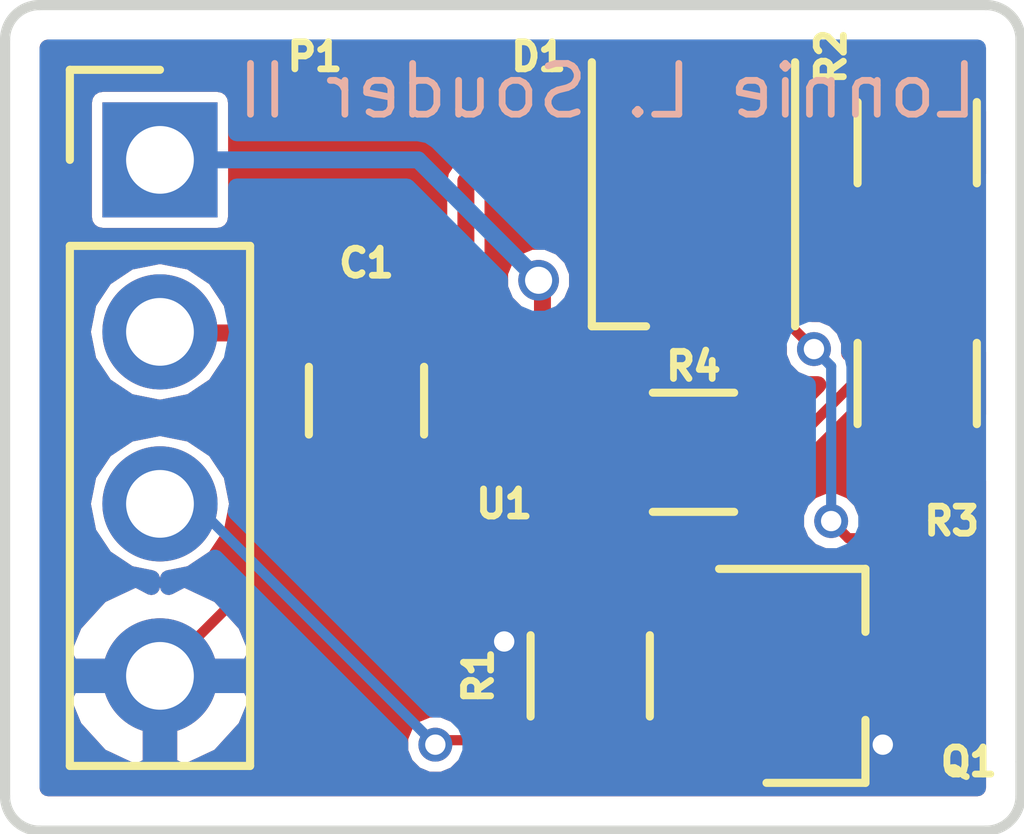
<source format=kicad_pcb>
(kicad_pcb (version 4) (host pcbnew 4.0.4-stable)

  (general
    (links 19)
    (no_connects 0)
    (area 117.018999 103.556999 132.155001 115.899001)
    (thickness 1.6)
    (drawings 10)
    (tracks 57)
    (zones 0)
    (modules 9)
    (nets 9)
  )

  (page A4)
  (layers
    (0 F.Cu signal)
    (31 B.Cu signal)
    (32 B.Adhes user)
    (33 F.Adhes user)
    (34 B.Paste user)
    (35 F.Paste user)
    (36 B.SilkS user)
    (37 F.SilkS user)
    (38 B.Mask user)
    (39 F.Mask user)
    (40 Dwgs.User user)
    (41 Cmts.User user)
    (42 Eco1.User user)
    (43 Eco2.User user)
    (44 Edge.Cuts user)
    (45 Margin user)
    (46 B.CrtYd user)
    (47 F.CrtYd user)
    (48 B.Fab user)
    (49 F.Fab user)
  )

  (setup
    (last_trace_width 0.15)
    (trace_clearance 0.15)
    (zone_clearance 0.1)
    (zone_45_only no)
    (trace_min 0.1)
    (segment_width 0.2)
    (edge_width 0.15)
    (via_size 0.5)
    (via_drill 0.3)
    (via_min_size 0.4)
    (via_min_drill 0.3)
    (uvia_size 0.3)
    (uvia_drill 0.1)
    (uvias_allowed no)
    (uvia_min_size 0.2)
    (uvia_min_drill 0.1)
    (pcb_text_width 0.3)
    (pcb_text_size 1.5 1.5)
    (mod_edge_width 0.15)
    (mod_text_size 0.4 0.4)
    (mod_text_width 0.1)
    (pad_size 0.15 0.15)
    (pad_drill 0)
    (pad_to_mask_clearance 0.05)
    (aux_axis_origin 0 0)
    (visible_elements 7FFFFFFF)
    (pcbplotparams
      (layerselection 0x00030_80000001)
      (usegerberextensions false)
      (excludeedgelayer true)
      (linewidth 0.050000)
      (plotframeref false)
      (viasonmask false)
      (mode 1)
      (useauxorigin false)
      (hpglpennumber 1)
      (hpglpenspeed 20)
      (hpglpendiameter 15)
      (hpglpenoverlay 2)
      (psnegative false)
      (psa4output false)
      (plotreference true)
      (plotvalue true)
      (plotinvisibletext false)
      (padsonsilk false)
      (subtractmaskfromsilk false)
      (outputformat 1)
      (mirror false)
      (drillshape 1)
      (scaleselection 1)
      (outputdirectory ""))
  )

  (net 0 "")
  (net 1 +5V)
  (net 2 GND)
  (net 3 "Net-(D1-Pad1)")
  (net 4 "Net-(D1-Pad3)")
  (net 5 "Net-(D1-Pad2)")
  (net 6 /I_out)
  (net 7 /PWM)
  (net 8 "Net-(Q1-Pad1)")

  (net_class Default "This is the default net class."
    (clearance 0.15)
    (trace_width 0.15)
    (via_dia 0.5)
    (via_drill 0.3)
    (uvia_dia 0.3)
    (uvia_drill 0.1)
    (add_net /PWM)
    (add_net GND)
    (add_net "Net-(D1-Pad1)")
    (add_net "Net-(D1-Pad2)")
    (add_net "Net-(D1-Pad3)")
    (add_net "Net-(Q1-Pad1)")
  )

  (net_class Power ""
    (clearance 0.15)
    (trace_width 0.25)
    (via_dia 0.6)
    (via_drill 0.4)
    (uvia_dia 0.3)
    (uvia_drill 0.1)
    (add_net +5V)
    (add_net /I_out)
  )

  (module Capacitors_SMD:C_0805 (layer F.Cu) (tedit 5AC1084D) (tstamp 5AC105FA)
    (at 122.428 109.474 270)
    (descr "Capacitor SMD 0805, reflow soldering, AVX (see smccp.pdf)")
    (tags "capacitor 0805")
    (path /5ABE7D59)
    (attr smd)
    (fp_text reference C1 (at -2.032 0 360) (layer F.SilkS)
      (effects (font (size 0.4 0.4) (thickness 0.1)))
    )
    (fp_text value 10u (at 0 1.75 270) (layer F.Fab) hide
      (effects (font (size 1 1) (thickness 0.15)))
    )
    (fp_text user %R (at -2.032 0 360) (layer F.Fab)
      (effects (font (size 0.4 0.4) (thickness 0.1)))
    )
    (fp_line (start -1 0.62) (end -1 -0.62) (layer F.Fab) (width 0.1))
    (fp_line (start 1 0.62) (end -1 0.62) (layer F.Fab) (width 0.1))
    (fp_line (start 1 -0.62) (end 1 0.62) (layer F.Fab) (width 0.1))
    (fp_line (start -1 -0.62) (end 1 -0.62) (layer F.Fab) (width 0.1))
    (fp_line (start 0.5 -0.85) (end -0.5 -0.85) (layer F.SilkS) (width 0.12))
    (fp_line (start -0.5 0.85) (end 0.5 0.85) (layer F.SilkS) (width 0.12))
    (fp_line (start -1.75 -0.88) (end 1.75 -0.88) (layer F.CrtYd) (width 0.05))
    (fp_line (start -1.75 -0.88) (end -1.75 0.87) (layer F.CrtYd) (width 0.05))
    (fp_line (start 1.75 0.87) (end 1.75 -0.88) (layer F.CrtYd) (width 0.05))
    (fp_line (start 1.75 0.87) (end -1.75 0.87) (layer F.CrtYd) (width 0.05))
    (pad 1 smd rect (at -1 0 270) (size 1 1.25) (layers F.Cu F.Paste F.Mask)
      (net 1 +5V))
    (pad 2 smd rect (at 1 0 270) (size 1 1.25) (layers F.Cu F.Paste F.Mask)
      (net 2 GND))
    (model Capacitors_SMD.3dshapes/C_0805.wrl
      (at (xyz 0 0 0))
      (scale (xyz 1 1 1))
      (rotate (xyz 0 0 0))
    )
  )

  (module LEDs:LED_Cree-PLCC4_3.2x2.8mm_CCW (layer F.Cu) (tedit 5AC112DC) (tstamp 5AC10602)
    (at 127.254 106.426 90)
    (descr "3.2mm x 2.8mm PLCC4 LED, http://www.cree.com/led-components/media/documents/CLV1AFKB(874).pdf")
    (tags "LED Cree PLCC-4")
    (path /5ABE7C4C)
    (attr smd)
    (fp_text reference D1 (at 2.032 -2.286 180) (layer F.SilkS)
      (effects (font (size 0.4 0.4) (thickness 0.1)))
    )
    (fp_text value "" (at 0 2.65 90) (layer F.Fab) hide
      (effects (font (size 1 1) (thickness 0.15)))
    )
    (fp_circle (center 0 0) (end 1.12 0) (layer F.Fab) (width 0.1))
    (fp_line (start -2.2 -1.75) (end -2.2 1.75) (layer F.CrtYd) (width 0.05))
    (fp_line (start -2.2 1.75) (end 2.2 1.75) (layer F.CrtYd) (width 0.05))
    (fp_line (start 2.2 1.75) (end 2.2 -1.75) (layer F.CrtYd) (width 0.05))
    (fp_line (start 2.2 -1.75) (end -2.2 -1.75) (layer F.CrtYd) (width 0.05))
    (fp_line (start -0.6 -1.4) (end -1.6 -0.4) (layer F.Fab) (width 0.1))
    (fp_line (start -1.6 -1.4) (end -1.6 1.4) (layer F.Fab) (width 0.1))
    (fp_line (start -1.6 1.4) (end 1.6 1.4) (layer F.Fab) (width 0.1))
    (fp_line (start 1.6 1.4) (end 1.6 -1.4) (layer F.Fab) (width 0.1))
    (fp_line (start 1.6 -1.4) (end -1.6 -1.4) (layer F.Fab) (width 0.1))
    (fp_line (start -1.95 -0.7) (end -1.95 -1.5) (layer F.SilkS) (width 0.12))
    (fp_line (start -1.95 -1.5) (end 1.95 -1.5) (layer F.SilkS) (width 0.12))
    (fp_line (start -1.95 1.5) (end 1.95 1.5) (layer F.SilkS) (width 0.12))
    (fp_text user %R (at 0 0 90) (layer F.Fab)
      (effects (font (size 0.4 0.4) (thickness 0.1)))
    )
    (pad 1 smd rect (at -1.25 -0.7 90) (size 1 0.8) (layers F.Cu F.Paste F.Mask)
      (net 3 "Net-(D1-Pad1)"))
    (pad 4 smd rect (at 1.25 -0.7 90) (size 1 0.8) (layers F.Cu F.Paste F.Mask)
      (net 1 +5V))
    (pad 3 smd rect (at 1.25 0.7 90) (size 1 0.8) (layers F.Cu F.Paste F.Mask)
      (net 4 "Net-(D1-Pad3)"))
    (pad 2 smd rect (at -1.25 0.7 90) (size 1 0.8) (layers F.Cu F.Paste F.Mask)
      (net 5 "Net-(D1-Pad2)"))
    (model ${KISYS3DMOD}/LEDs.3dshapes/LED_Cree-PLCC4_3.2x2.8mm_CCW.wrl
      (at (xyz 0 0 0))
      (scale (xyz 1 1 1))
      (rotate (xyz 0 0 0))
    )
  )

  (module Pin_Headers:Pin_Header_Straight_1x04_Pitch2.54mm (layer F.Cu) (tedit 5AC112C1) (tstamp 5AC1060A)
    (at 119.38 105.918)
    (descr "Through hole straight pin header, 1x04, 2.54mm pitch, single row")
    (tags "Through hole pin header THT 1x04 2.54mm single row")
    (path /5ABEC00C)
    (fp_text reference P1 (at 2.286 -1.524) (layer F.SilkS)
      (effects (font (size 0.4 0.4) (thickness 0.1)))
    )
    (fp_text value "" (at 0 9.95) (layer F.Fab) hide
      (effects (font (size 1 1) (thickness 0.15)))
    )
    (fp_line (start -0.635 -1.27) (end 1.27 -1.27) (layer F.Fab) (width 0.1))
    (fp_line (start 1.27 -1.27) (end 1.27 8.89) (layer F.Fab) (width 0.1))
    (fp_line (start 1.27 8.89) (end -1.27 8.89) (layer F.Fab) (width 0.1))
    (fp_line (start -1.27 8.89) (end -1.27 -0.635) (layer F.Fab) (width 0.1))
    (fp_line (start -1.27 -0.635) (end -0.635 -1.27) (layer F.Fab) (width 0.1))
    (fp_line (start -1.33 8.95) (end 1.33 8.95) (layer F.SilkS) (width 0.12))
    (fp_line (start -1.33 1.27) (end -1.33 8.95) (layer F.SilkS) (width 0.12))
    (fp_line (start 1.33 1.27) (end 1.33 8.95) (layer F.SilkS) (width 0.12))
    (fp_line (start -1.33 1.27) (end 1.33 1.27) (layer F.SilkS) (width 0.12))
    (fp_line (start -1.33 0) (end -1.33 -1.33) (layer F.SilkS) (width 0.12))
    (fp_line (start -1.33 -1.33) (end 0 -1.33) (layer F.SilkS) (width 0.12))
    (fp_line (start -1.8 -1.8) (end -1.8 9.4) (layer F.CrtYd) (width 0.05))
    (fp_line (start -1.8 9.4) (end 1.8 9.4) (layer F.CrtYd) (width 0.05))
    (fp_line (start 1.8 9.4) (end 1.8 -1.8) (layer F.CrtYd) (width 0.05))
    (fp_line (start 1.8 -1.8) (end -1.8 -1.8) (layer F.CrtYd) (width 0.05))
    (fp_text user %R (at 0 3.81 90) (layer F.Fab)
      (effects (font (size 0.4 0.4) (thickness 0.1)))
    )
    (pad 1 thru_hole rect (at 0 0) (size 1.7 1.7) (drill 1) (layers *.Cu *.Mask)
      (net 6 /I_out))
    (pad 2 thru_hole oval (at 0 2.54) (size 1.7 1.7) (drill 1) (layers *.Cu *.Mask)
      (net 1 +5V))
    (pad 3 thru_hole oval (at 0 5.08) (size 1.7 1.7) (drill 1) (layers *.Cu *.Mask)
      (net 7 /PWM))
    (pad 4 thru_hole oval (at 0 7.62) (size 1.7 1.7) (drill 1) (layers *.Cu *.Mask)
      (net 2 GND))
    (model ${KISYS3DMOD}/Pin_Headers.3dshapes/Pin_Header_Straight_1x04_Pitch2.54mm.wrl
      (at (xyz 0 0 0))
      (scale (xyz 1 1 1))
      (rotate (xyz 0 0 0))
    )
  )

  (module TO_SOT_Packages_SMD:SOT-23 (layer F.Cu) (tedit 5AC112CA) (tstamp 5AC10611)
    (at 129.032 113.538)
    (descr "SOT-23, Standard")
    (tags SOT-23)
    (path /5ABE9CC3)
    (attr smd)
    (fp_text reference Q1 (at 2.286 1.27) (layer F.SilkS)
      (effects (font (size 0.4 0.4) (thickness 0.1)))
    )
    (fp_text value "" (at 0 2.5) (layer F.Fab) hide
      (effects (font (size 1 1) (thickness 0.15)))
    )
    (fp_text user %R (at 0 0 90) (layer F.Fab)
      (effects (font (size 0.4 0.4) (thickness 0.1)))
    )
    (fp_line (start -0.7 -0.95) (end -0.7 1.5) (layer F.Fab) (width 0.1))
    (fp_line (start -0.15 -1.52) (end 0.7 -1.52) (layer F.Fab) (width 0.1))
    (fp_line (start -0.7 -0.95) (end -0.15 -1.52) (layer F.Fab) (width 0.1))
    (fp_line (start 0.7 -1.52) (end 0.7 1.52) (layer F.Fab) (width 0.1))
    (fp_line (start -0.7 1.52) (end 0.7 1.52) (layer F.Fab) (width 0.1))
    (fp_line (start 0.76 1.58) (end 0.76 0.65) (layer F.SilkS) (width 0.12))
    (fp_line (start 0.76 -1.58) (end 0.76 -0.65) (layer F.SilkS) (width 0.12))
    (fp_line (start -1.7 -1.75) (end 1.7 -1.75) (layer F.CrtYd) (width 0.05))
    (fp_line (start 1.7 -1.75) (end 1.7 1.75) (layer F.CrtYd) (width 0.05))
    (fp_line (start 1.7 1.75) (end -1.7 1.75) (layer F.CrtYd) (width 0.05))
    (fp_line (start -1.7 1.75) (end -1.7 -1.75) (layer F.CrtYd) (width 0.05))
    (fp_line (start 0.76 -1.58) (end -1.4 -1.58) (layer F.SilkS) (width 0.12))
    (fp_line (start 0.76 1.58) (end -0.7 1.58) (layer F.SilkS) (width 0.12))
    (pad 1 smd rect (at -1 -0.95) (size 0.9 0.8) (layers F.Cu F.Paste F.Mask)
      (net 8 "Net-(Q1-Pad1)"))
    (pad 2 smd rect (at -1 0.95) (size 0.9 0.8) (layers F.Cu F.Paste F.Mask)
      (net 7 /PWM))
    (pad 3 smd rect (at 1 0) (size 0.9 0.8) (layers F.Cu F.Paste F.Mask)
      (net 2 GND))
    (model ${KISYS3DMOD}/TO_SOT_Packages_SMD.3dshapes/SOT-23.wrl
      (at (xyz 0 0 0))
      (scale (xyz 1 1 1))
      (rotate (xyz 0 0 90))
    )
  )

  (module Resistors_SMD:R_0805 (layer F.Cu) (tedit 5AC107B4) (tstamp 5AC10617)
    (at 125.73 113.538 90)
    (descr "Resistor SMD 0805, reflow soldering, Vishay (see dcrcw.pdf)")
    (tags "resistor 0805")
    (path /5ABEB57F)
    (attr smd)
    (fp_text reference R1 (at 0 -1.65 90) (layer F.SilkS)
      (effects (font (size 0.4 0.4) (thickness 0.1)))
    )
    (fp_text value 1M (at 0 1.75 90) (layer F.Fab) hide
      (effects (font (size 1 1) (thickness 0.15)))
    )
    (fp_text user %R (at 0 0 90) (layer F.Fab)
      (effects (font (size 0.4 0.4) (thickness 0.1)))
    )
    (fp_line (start -1 0.62) (end -1 -0.62) (layer F.Fab) (width 0.1))
    (fp_line (start 1 0.62) (end -1 0.62) (layer F.Fab) (width 0.1))
    (fp_line (start 1 -0.62) (end 1 0.62) (layer F.Fab) (width 0.1))
    (fp_line (start -1 -0.62) (end 1 -0.62) (layer F.Fab) (width 0.1))
    (fp_line (start 0.6 0.88) (end -0.6 0.88) (layer F.SilkS) (width 0.12))
    (fp_line (start -0.6 -0.88) (end 0.6 -0.88) (layer F.SilkS) (width 0.12))
    (fp_line (start -1.55 -0.9) (end 1.55 -0.9) (layer F.CrtYd) (width 0.05))
    (fp_line (start -1.55 -0.9) (end -1.55 0.9) (layer F.CrtYd) (width 0.05))
    (fp_line (start 1.55 0.9) (end 1.55 -0.9) (layer F.CrtYd) (width 0.05))
    (fp_line (start 1.55 0.9) (end -1.55 0.9) (layer F.CrtYd) (width 0.05))
    (pad 1 smd rect (at -0.95 0 90) (size 0.7 1.3) (layers F.Cu F.Paste F.Mask)
      (net 7 /PWM))
    (pad 2 smd rect (at 0.95 0 90) (size 0.7 1.3) (layers F.Cu F.Paste F.Mask)
      (net 2 GND))
    (model ${KISYS3DMOD}/Resistors_SMD.3dshapes/R_0805.wrl
      (at (xyz 0 0 0))
      (scale (xyz 1 1 1))
      (rotate (xyz 0 0 0))
    )
  )

  (module Resistors_SMD:R_0805 (layer F.Cu) (tedit 5AC10F56) (tstamp 5AC1061D)
    (at 130.556 105.664 270)
    (descr "Resistor SMD 0805, reflow soldering, Vishay (see dcrcw.pdf)")
    (tags "resistor 0805")
    (path /5ABEA445)
    (attr smd)
    (fp_text reference R2 (at -1.27 1.27 270) (layer F.SilkS)
      (effects (font (size 0.4 0.4) (thickness 0.1)))
    )
    (fp_text value 95 (at 0 1.75 270) (layer F.Fab) hide
      (effects (font (size 1 1) (thickness 0.15)))
    )
    (fp_text user %R (at 0 0 270) (layer F.Fab)
      (effects (font (size 0.4 0.4) (thickness 0.1)))
    )
    (fp_line (start -1 0.62) (end -1 -0.62) (layer F.Fab) (width 0.1))
    (fp_line (start 1 0.62) (end -1 0.62) (layer F.Fab) (width 0.1))
    (fp_line (start 1 -0.62) (end 1 0.62) (layer F.Fab) (width 0.1))
    (fp_line (start -1 -0.62) (end 1 -0.62) (layer F.Fab) (width 0.1))
    (fp_line (start 0.6 0.88) (end -0.6 0.88) (layer F.SilkS) (width 0.12))
    (fp_line (start -0.6 -0.88) (end 0.6 -0.88) (layer F.SilkS) (width 0.12))
    (fp_line (start -1.55 -0.9) (end 1.55 -0.9) (layer F.CrtYd) (width 0.05))
    (fp_line (start -1.55 -0.9) (end -1.55 0.9) (layer F.CrtYd) (width 0.05))
    (fp_line (start 1.55 0.9) (end 1.55 -0.9) (layer F.CrtYd) (width 0.05))
    (fp_line (start 1.55 0.9) (end -1.55 0.9) (layer F.CrtYd) (width 0.05))
    (pad 1 smd rect (at -0.95 0 270) (size 0.7 1.3) (layers F.Cu F.Paste F.Mask)
      (net 4 "Net-(D1-Pad3)"))
    (pad 2 smd rect (at 0.95 0 270) (size 0.7 1.3) (layers F.Cu F.Paste F.Mask)
      (net 8 "Net-(Q1-Pad1)"))
    (model ${KISYS3DMOD}/Resistors_SMD.3dshapes/R_0805.wrl
      (at (xyz 0 0 0))
      (scale (xyz 1 1 1))
      (rotate (xyz 0 0 0))
    )
  )

  (module Resistors_SMD:R_0805 (layer F.Cu) (tedit 5AC112D4) (tstamp 5AC10623)
    (at 130.556 109.22 90)
    (descr "Resistor SMD 0805, reflow soldering, Vishay (see dcrcw.pdf)")
    (tags "resistor 0805")
    (path /5ABEA425)
    (attr smd)
    (fp_text reference R3 (at -2.032 0.508 180) (layer F.SilkS)
      (effects (font (size 0.4 0.4) (thickness 0.1)))
    )
    (fp_text value "" (at 0 1.75 90) (layer F.Fab) hide
      (effects (font (size 1 1) (thickness 0.15)))
    )
    (fp_text user %R (at 0 0 90) (layer F.Fab)
      (effects (font (size 0.4 0.4) (thickness 0.1)))
    )
    (fp_line (start -1 0.62) (end -1 -0.62) (layer F.Fab) (width 0.1))
    (fp_line (start 1 0.62) (end -1 0.62) (layer F.Fab) (width 0.1))
    (fp_line (start 1 -0.62) (end 1 0.62) (layer F.Fab) (width 0.1))
    (fp_line (start -1 -0.62) (end 1 -0.62) (layer F.Fab) (width 0.1))
    (fp_line (start 0.6 0.88) (end -0.6 0.88) (layer F.SilkS) (width 0.12))
    (fp_line (start -0.6 -0.88) (end 0.6 -0.88) (layer F.SilkS) (width 0.12))
    (fp_line (start -1.55 -0.9) (end 1.55 -0.9) (layer F.CrtYd) (width 0.05))
    (fp_line (start -1.55 -0.9) (end -1.55 0.9) (layer F.CrtYd) (width 0.05))
    (fp_line (start 1.55 0.9) (end 1.55 -0.9) (layer F.CrtYd) (width 0.05))
    (fp_line (start 1.55 0.9) (end -1.55 0.9) (layer F.CrtYd) (width 0.05))
    (pad 1 smd rect (at -0.95 0 90) (size 0.7 1.3) (layers F.Cu F.Paste F.Mask)
      (net 5 "Net-(D1-Pad2)"))
    (pad 2 smd rect (at 0.95 0 90) (size 0.7 1.3) (layers F.Cu F.Paste F.Mask)
      (net 8 "Net-(Q1-Pad1)"))
    (model ${KISYS3DMOD}/Resistors_SMD.3dshapes/R_0805.wrl
      (at (xyz 0 0 0))
      (scale (xyz 1 1 1))
      (rotate (xyz 0 0 0))
    )
  )

  (module Resistors_SMD:R_0805 (layer F.Cu) (tedit 5AC10F68) (tstamp 5AC10629)
    (at 127.254 110.236)
    (descr "Resistor SMD 0805, reflow soldering, Vishay (see dcrcw.pdf)")
    (tags "resistor 0805")
    (path /5ABEA3BA)
    (attr smd)
    (fp_text reference R4 (at 0 -1.27) (layer F.SilkS)
      (effects (font (size 0.4 0.4) (thickness 0.1)))
    )
    (fp_text value 145 (at 0 1.75) (layer F.Fab) hide
      (effects (font (size 1 1) (thickness 0.15)))
    )
    (fp_text user %R (at 0 0) (layer F.Fab)
      (effects (font (size 0.4 0.4) (thickness 0.1)))
    )
    (fp_line (start -1 0.62) (end -1 -0.62) (layer F.Fab) (width 0.1))
    (fp_line (start 1 0.62) (end -1 0.62) (layer F.Fab) (width 0.1))
    (fp_line (start 1 -0.62) (end 1 0.62) (layer F.Fab) (width 0.1))
    (fp_line (start -1 -0.62) (end 1 -0.62) (layer F.Fab) (width 0.1))
    (fp_line (start 0.6 0.88) (end -0.6 0.88) (layer F.SilkS) (width 0.12))
    (fp_line (start -0.6 -0.88) (end 0.6 -0.88) (layer F.SilkS) (width 0.12))
    (fp_line (start -1.55 -0.9) (end 1.55 -0.9) (layer F.CrtYd) (width 0.05))
    (fp_line (start -1.55 -0.9) (end -1.55 0.9) (layer F.CrtYd) (width 0.05))
    (fp_line (start 1.55 0.9) (end 1.55 -0.9) (layer F.CrtYd) (width 0.05))
    (fp_line (start 1.55 0.9) (end -1.55 0.9) (layer F.CrtYd) (width 0.05))
    (pad 1 smd rect (at -0.95 0) (size 0.7 1.3) (layers F.Cu F.Paste F.Mask)
      (net 3 "Net-(D1-Pad1)"))
    (pad 2 smd rect (at 0.95 0) (size 0.7 1.3) (layers F.Cu F.Paste F.Mask)
      (net 8 "Net-(Q1-Pad1)"))
    (model ${KISYS3DMOD}/Resistors_SMD.3dshapes/R_0805.wrl
      (at (xyz 0 0 0))
      (scale (xyz 1 1 1))
      (rotate (xyz 0 0 0))
    )
  )

  (module LightBoardFootprints:PNJ4K01F (layer F.Cu) (tedit 5AC10F83) (tstamp 5AC10635)
    (at 124.46 109.728)
    (path /5ABE779E)
    (clearance 0.05)
    (fp_text reference U1 (at 0 1.27) (layer F.SilkS)
      (effects (font (size 0.4 0.4) (thickness 0.1)))
    )
    (fp_text value PNJ4K01F (at 0 -1.5) (layer F.Fab) hide
      (effects (font (size 1 1) (thickness 0.05)))
    )
    (pad 3 smd rect (at -0.565 0.5) (size 0.37 0.43) (drill (offset 0 0.06)) (layers F.Cu F.Paste F.Mask)
      (net 2 GND))
    (pad 1 smd rect (at -0.565 -0.5) (size 0.37 0.43) (drill (offset 0 -0.06)) (layers F.Cu F.Paste F.Mask)
      (net 1 +5V))
    (pad 6 smd rect (at 0.565 -0.5) (size 0.37 0.43) (drill (offset 0 -0.06)) (layers F.Cu F.Paste F.Mask)
      (net 6 /I_out))
    (pad 4 smd rect (at 0.565 0.5) (size 0.37 0.43) (drill (offset 0 0.06)) (layers F.Cu F.Paste F.Mask)
      (net 2 GND))
    (pad 2 smd rect (at -0.565 0) (size 0.37 0.3) (layers F.Cu F.Paste F.Mask)
      (net 2 GND))
    (pad 5 smd rect (at 0.565 0) (size 0.37 0.3) (layers F.Cu F.Paste F.Mask)
      (net 2 GND))
    (pad 7 smd rect (at 0.22 0.25) (size 0.15 0.15) (layers F.Cu F.Paste F.Mask)
      (clearance 0.001))
    (pad 8 smd rect (at -0.22 0.25) (size 0.15 0.15) (layers F.Cu F.Paste F.Mask)
      (clearance 0.001))
  )

  (gr_text "Lonnie L. Souder II" (at 125.984 104.902) (layer B.SilkS)
    (effects (font (size 0.75 0.75) (thickness 0.1)) (justify mirror))
  )
  (gr_line (start 132.08 115.316) (end 132.08 114.808) (angle 90) (layer Edge.Cuts) (width 0.15))
  (gr_arc (start 131.572 115.316) (end 132.08 115.316) (angle 90) (layer Edge.Cuts) (width 0.15))
  (gr_line (start 117.602 115.824) (end 131.572 115.824) (angle 90) (layer Edge.Cuts) (width 0.15))
  (gr_line (start 117.602 103.632) (end 131.572 103.632) (angle 90) (layer Edge.Cuts) (width 0.15))
  (gr_line (start 117.094 104.14) (end 117.094 115.316) (angle 90) (layer Edge.Cuts) (width 0.15))
  (gr_line (start 132.08 104.14) (end 132.08 114.808) (angle 90) (layer Edge.Cuts) (width 0.15))
  (gr_arc (start 117.602 115.316) (end 117.602 115.824) (angle 90) (layer Edge.Cuts) (width 0.15))
  (gr_arc (start 117.602 104.14) (end 117.094 104.14) (angle 90) (layer Edge.Cuts) (width 0.15))
  (gr_arc (start 131.572 104.14) (end 131.572 103.632) (angle 90) (layer Edge.Cuts) (width 0.15))

  (segment (start 126.554 105.176) (end 124.948 105.176) (width 0.25) (layer F.Cu) (net 1))
  (segment (start 123.895 106.229) (end 123.895 109.228) (width 0.25) (layer F.Cu) (net 1) (tstamp 5AC10BD7))
  (segment (start 124.948 105.176) (end 123.895 106.229) (width 0.25) (layer F.Cu) (net 1) (tstamp 5AC10BD3))
  (segment (start 122.428 108.474) (end 123.141 108.474) (width 0.25) (layer F.Cu) (net 1))
  (segment (start 123.141 108.474) (end 123.895 109.228) (width 0.25) (layer F.Cu) (net 1) (tstamp 5AC10BB6))
  (segment (start 122.428 108.474) (end 119.396 108.474) (width 0.25) (layer F.Cu) (net 1))
  (segment (start 119.396 108.474) (end 119.38 108.458) (width 0.25) (layer F.Cu) (net 1) (tstamp 5AC10BAA))
  (segment (start 130.032 113.538) (end 130.032 114.538) (width 0.15) (layer F.Cu) (net 2))
  (segment (start 124.902 112.588) (end 125.73 112.588) (width 0.15) (layer F.Cu) (net 2) (tstamp 5AC10D8B))
  (segment (start 124.46 113.03) (end 124.902 112.588) (width 0.15) (layer F.Cu) (net 2) (tstamp 5AC10D8A))
  (via (at 124.46 113.03) (size 0.5) (drill 0.3) (layers F.Cu B.Cu) (net 2))
  (segment (start 124.46 113.792) (end 124.46 113.03) (width 0.15) (layer B.Cu) (net 2) (tstamp 5AC10D86))
  (segment (start 125.476 114.808) (end 124.46 113.792) (width 0.15) (layer B.Cu) (net 2) (tstamp 5AC10D82))
  (segment (start 129.794 114.808) (end 125.476 114.808) (width 0.15) (layer B.Cu) (net 2) (tstamp 5AC10D7C))
  (segment (start 130.048 114.554) (end 129.794 114.808) (width 0.15) (layer B.Cu) (net 2) (tstamp 5AC10D7B))
  (via (at 130.048 114.554) (size 0.5) (drill 0.3) (layers F.Cu B.Cu) (net 2))
  (segment (start 130.032 114.538) (end 130.048 114.554) (width 0.15) (layer F.Cu) (net 2) (tstamp 5AC10D70))
  (segment (start 125.025 110.228) (end 125.025 111.883) (width 0.15) (layer F.Cu) (net 2))
  (segment (start 125.025 111.883) (end 125.73 112.588) (width 0.15) (layer F.Cu) (net 2) (tstamp 5AC10D5C))
  (segment (start 122.428 110.474) (end 123.616 110.474) (width 0.15) (layer F.Cu) (net 2))
  (segment (start 123.616 110.474) (end 125.73 112.588) (width 0.15) (layer F.Cu) (net 2) (tstamp 5AC10D4A))
  (segment (start 125.025 110.228) (end 125.025 109.728) (width 0.15) (layer F.Cu) (net 2))
  (segment (start 123.895 110.228) (end 123.895 109.728) (width 0.15) (layer F.Cu) (net 2))
  (segment (start 122.428 110.474) (end 123.649 110.474) (width 0.15) (layer F.Cu) (net 2))
  (segment (start 123.649 110.474) (end 123.895 110.228) (width 0.15) (layer F.Cu) (net 2) (tstamp 5AC10D2F))
  (segment (start 119.38 113.538) (end 119.38 113.522) (width 0.15) (layer F.Cu) (net 2))
  (segment (start 119.38 113.522) (end 122.428 110.474) (width 0.15) (layer F.Cu) (net 2) (tstamp 5AC10BC1))
  (segment (start 126.554 107.676) (end 126.554 109.986) (width 0.15) (layer F.Cu) (net 3) (status 20))
  (segment (start 126.554 109.986) (end 126.304 110.236) (width 0.15) (layer F.Cu) (net 3) (tstamp 5AC10BC9) (status 30))
  (segment (start 127.954 105.176) (end 130.094 105.176) (width 0.15) (layer F.Cu) (net 4))
  (segment (start 130.094 105.176) (end 130.556 104.714) (width 0.15) (layer F.Cu) (net 4) (tstamp 5AC10BCF))
  (segment (start 127.954 107.676) (end 127.996 107.676) (width 0.15) (layer F.Cu) (net 5))
  (segment (start 127.996 107.676) (end 129.032 108.712) (width 0.15) (layer F.Cu) (net 5) (tstamp 5AC10CED))
  (via (at 129.032 108.712) (size 0.5) (drill 0.3) (layers F.Cu B.Cu) (net 5))
  (segment (start 129.032 108.712) (end 129.286 108.966) (width 0.15) (layer B.Cu) (net 5) (tstamp 5AC10CF4))
  (segment (start 129.286 108.966) (end 129.286 111.252) (width 0.15) (layer B.Cu) (net 5) (tstamp 5AC10CF5))
  (via (at 129.286 111.252) (size 0.5) (drill 0.3) (layers F.Cu B.Cu) (net 5))
  (segment (start 129.286 111.252) (end 129.54 111.506) (width 0.15) (layer F.Cu) (net 5) (tstamp 5AC10CFD))
  (segment (start 129.54 111.506) (end 130.048 111.506) (width 0.15) (layer F.Cu) (net 5) (tstamp 5AC10CFE))
  (segment (start 130.048 111.506) (end 130.556 110.998) (width 0.15) (layer F.Cu) (net 5) (tstamp 5AC10CFF))
  (segment (start 130.556 110.998) (end 130.556 110.17) (width 0.15) (layer F.Cu) (net 5) (tstamp 5AC10D07))
  (segment (start 119.38 105.918) (end 123.19 105.918) (width 0.25) (layer B.Cu) (net 6))
  (segment (start 123.19 105.918) (end 124.968 107.696) (width 0.25) (layer B.Cu) (net 6) (tstamp 5AC10C11))
  (via (at 124.968 107.696) (size 0.6) (drill 0.4) (layers F.Cu B.Cu) (net 6))
  (segment (start 124.968 107.696) (end 125.025 107.753) (width 0.25) (layer F.Cu) (net 6) (tstamp 5AC10C1E))
  (segment (start 125.025 107.753) (end 125.025 109.228) (width 0.25) (layer F.Cu) (net 6) (tstamp 5AC10C1F))
  (segment (start 125.73 114.488) (end 128.032 114.488) (width 0.15) (layer F.Cu) (net 7))
  (segment (start 119.38 110.998) (end 119.888 110.998) (width 0.15) (layer B.Cu) (net 7))
  (segment (start 119.888 110.998) (end 123.444 114.554) (width 0.15) (layer B.Cu) (net 7) (tstamp 5AC10C36))
  (via (at 123.444 114.554) (size 0.5) (drill 0.3) (layers F.Cu B.Cu) (net 7))
  (segment (start 123.444 114.554) (end 123.51 114.488) (width 0.15) (layer F.Cu) (net 7) (tstamp 5AC10C3D))
  (segment (start 123.51 114.488) (end 125.73 114.488) (width 0.15) (layer F.Cu) (net 7) (tstamp 5AC10C3E))
  (segment (start 128.032 112.588) (end 128.032 110.408) (width 0.15) (layer F.Cu) (net 8))
  (segment (start 128.032 110.408) (end 128.204 110.236) (width 0.15) (layer F.Cu) (net 8) (tstamp 5AC10C9F))
  (segment (start 128.204 110.236) (end 128.59 110.236) (width 0.15) (layer F.Cu) (net 8) (status 10))
  (segment (start 128.59 110.236) (end 130.556 108.27) (width 0.15) (layer F.Cu) (net 8) (tstamp 5AC109B3))
  (segment (start 130.556 108.27) (end 130.556 106.614) (width 0.15) (layer F.Cu) (net 8))

  (zone (net 2) (net_name GND) (layer F.Cu) (tstamp 5AC11095) (hatch edge 0.508)
    (connect_pads (clearance 0.1))
    (min_thickness 0.254)
    (fill yes (arc_segments 16) (thermal_gap 0.508) (thermal_bridge_width 0.508) (smoothing fillet) (radius 0.1))
    (polygon
      (pts
        (xy 131.572 115.316) (xy 117.602 115.316) (xy 117.602 104.14) (xy 131.572 104.14)
      )
    )
    (filled_polygon
      (pts
        (xy 129.623574 104.364) (xy 129.623574 104.824) (xy 128.636426 104.824) (xy 128.636426 104.676) (xy 128.617111 104.57335)
        (xy 128.556445 104.479073) (xy 128.46388 104.415825) (xy 128.354 104.393574) (xy 127.554 104.393574) (xy 127.45135 104.412889)
        (xy 127.357073 104.473555) (xy 127.293825 104.56612) (xy 127.271574 104.676) (xy 127.271574 105.676) (xy 127.290889 105.77865)
        (xy 127.351555 105.872927) (xy 127.44412 105.936175) (xy 127.554 105.958426) (xy 128.354 105.958426) (xy 128.45665 105.939111)
        (xy 128.550927 105.878445) (xy 128.614175 105.78588) (xy 128.636426 105.676) (xy 128.636426 105.528) (xy 130.093995 105.528)
        (xy 130.094 105.528001) (xy 130.228705 105.501206) (xy 130.342902 105.424902) (xy 130.421378 105.346426) (xy 131.206 105.346426)
        (xy 131.30865 105.327111) (xy 131.402927 105.266445) (xy 131.445 105.20487) (xy 131.445 106.123881) (xy 131.408445 106.067073)
        (xy 131.31588 106.003825) (xy 131.206 105.981574) (xy 129.906 105.981574) (xy 129.80335 106.000889) (xy 129.709073 106.061555)
        (xy 129.645825 106.15412) (xy 129.623574 106.264) (xy 129.623574 106.964) (xy 129.642889 107.06665) (xy 129.703555 107.160927)
        (xy 129.79612 107.224175) (xy 129.906 107.246426) (xy 130.204 107.246426) (xy 130.204 107.637574) (xy 129.906 107.637574)
        (xy 129.80335 107.656889) (xy 129.709073 107.717555) (xy 129.645825 107.81012) (xy 129.623574 107.92) (xy 129.623574 108.62)
        (xy 129.636975 108.691221) (xy 129.558951 108.769246) (xy 129.559092 108.607633) (xy 129.47903 108.413868) (xy 129.330912 108.265491)
        (xy 129.137287 108.185091) (xy 129.002777 108.184974) (xy 128.636426 107.818622) (xy 128.636426 107.176) (xy 128.617111 107.07335)
        (xy 128.556445 106.979073) (xy 128.46388 106.915825) (xy 128.354 106.893574) (xy 127.554 106.893574) (xy 127.45135 106.912889)
        (xy 127.357073 106.973555) (xy 127.293825 107.06612) (xy 127.271574 107.176) (xy 127.271574 108.176) (xy 127.290889 108.27865)
        (xy 127.351555 108.372927) (xy 127.44412 108.436175) (xy 127.554 108.458426) (xy 128.280623 108.458426) (xy 128.505025 108.682828)
        (xy 128.504908 108.816367) (xy 128.58497 109.010132) (xy 128.733088 109.158509) (xy 128.926713 109.238909) (xy 129.089146 109.239051)
        (xy 128.821503 109.506693) (xy 128.817111 109.48335) (xy 128.756445 109.389073) (xy 128.66388 109.325825) (xy 128.554 109.303574)
        (xy 127.854 109.303574) (xy 127.75135 109.322889) (xy 127.657073 109.383555) (xy 127.593825 109.47612) (xy 127.571574 109.586)
        (xy 127.571574 110.886) (xy 127.590889 110.98865) (xy 127.651555 111.082927) (xy 127.68 111.102363) (xy 127.68 111.905574)
        (xy 127.582 111.905574) (xy 127.47935 111.924889) (xy 127.385073 111.985555) (xy 127.321825 112.07812) (xy 127.299574 112.188)
        (xy 127.299574 112.988) (xy 127.318889 113.09065) (xy 127.379555 113.184927) (xy 127.47212 113.248175) (xy 127.582 113.270426)
        (xy 128.482 113.270426) (xy 128.58465 113.251111) (xy 128.678927 113.190445) (xy 128.742175 113.09788) (xy 128.759628 113.01169)
        (xy 128.947 113.01169) (xy 128.947 113.25225) (xy 129.10575 113.411) (xy 129.905 113.411) (xy 129.905 112.66175)
        (xy 130.159 112.66175) (xy 130.159 113.411) (xy 130.95825 113.411) (xy 131.117 113.25225) (xy 131.117 113.01169)
        (xy 131.020327 112.778301) (xy 130.841698 112.599673) (xy 130.608309 112.503) (xy 130.31775 112.503) (xy 130.159 112.66175)
        (xy 129.905 112.66175) (xy 129.74625 112.503) (xy 129.455691 112.503) (xy 129.222302 112.599673) (xy 129.043673 112.778301)
        (xy 128.947 113.01169) (xy 128.759628 113.01169) (xy 128.764426 112.988) (xy 128.764426 112.188) (xy 128.745111 112.08535)
        (xy 128.684445 111.991073) (xy 128.59188 111.927825) (xy 128.482 111.905574) (xy 128.384 111.905574) (xy 128.384 111.168426)
        (xy 128.554 111.168426) (xy 128.65665 111.149111) (xy 128.750927 111.088445) (xy 128.814175 110.99588) (xy 128.836426 110.886)
        (xy 128.836426 110.486556) (xy 128.838902 110.484902) (xy 130.421377 108.902426) (xy 131.206 108.902426) (xy 131.30865 108.883111)
        (xy 131.402927 108.822445) (xy 131.445 108.76087) (xy 131.445 109.679881) (xy 131.408445 109.623073) (xy 131.31588 109.559825)
        (xy 131.206 109.537574) (xy 129.906 109.537574) (xy 129.80335 109.556889) (xy 129.709073 109.617555) (xy 129.645825 109.71012)
        (xy 129.623574 109.82) (xy 129.623574 110.52) (xy 129.642889 110.62265) (xy 129.703555 110.716927) (xy 129.79612 110.780175)
        (xy 129.906 110.802426) (xy 130.204 110.802426) (xy 130.204 110.852197) (xy 129.902196 111.154) (xy 129.813086 111.154)
        (xy 129.813092 111.147633) (xy 129.73303 110.953868) (xy 129.584912 110.805491) (xy 129.391287 110.725091) (xy 129.181633 110.724908)
        (xy 128.987868 110.80497) (xy 128.839491 110.953088) (xy 128.759091 111.146713) (xy 128.758908 111.356367) (xy 128.83897 111.550132)
        (xy 128.987088 111.698509) (xy 129.180713 111.778909) (xy 129.327218 111.779037) (xy 129.350973 111.794909) (xy 129.405295 111.831206)
        (xy 129.54 111.858) (xy 130.047995 111.858) (xy 130.048 111.858001) (xy 130.182705 111.831206) (xy 130.296902 111.754902)
        (xy 130.804899 111.246904) (xy 130.804902 111.246902) (xy 130.881206 111.132705) (xy 130.908 110.998) (xy 130.908 110.802426)
        (xy 131.206 110.802426) (xy 131.30865 110.783111) (xy 131.402927 110.722445) (xy 131.445 110.66087) (xy 131.445 115.189)
        (xy 117.729 115.189) (xy 117.729 113.89489) (xy 117.938524 113.89489) (xy 118.108355 114.304924) (xy 118.498642 114.733183)
        (xy 119.023108 114.979486) (xy 119.253 114.858819) (xy 119.253 113.665) (xy 119.507 113.665) (xy 119.507 114.858819)
        (xy 119.736892 114.979486) (xy 120.261358 114.733183) (xy 120.32954 114.658367) (xy 122.916908 114.658367) (xy 122.99697 114.852132)
        (xy 123.145088 115.000509) (xy 123.338713 115.080909) (xy 123.548367 115.081092) (xy 123.742132 115.00103) (xy 123.890509 114.852912)
        (xy 123.895871 114.84) (xy 124.79795 114.84) (xy 124.816889 114.94065) (xy 124.877555 115.034927) (xy 124.97012 115.098175)
        (xy 125.08 115.120426) (xy 126.38 115.120426) (xy 126.48265 115.101111) (xy 126.576927 115.040445) (xy 126.640175 114.94788)
        (xy 126.662021 114.84) (xy 127.299574 114.84) (xy 127.299574 114.888) (xy 127.318889 114.99065) (xy 127.379555 115.084927)
        (xy 127.47212 115.148175) (xy 127.582 115.170426) (xy 128.482 115.170426) (xy 128.58465 115.151111) (xy 128.678927 115.090445)
        (xy 128.742175 114.99788) (xy 128.764426 114.888) (xy 128.764426 114.088) (xy 128.745111 113.98535) (xy 128.684445 113.891073)
        (xy 128.59188 113.827825) (xy 128.571757 113.82375) (xy 128.947 113.82375) (xy 128.947 114.06431) (xy 129.043673 114.297699)
        (xy 129.222302 114.476327) (xy 129.455691 114.573) (xy 129.74625 114.573) (xy 129.905 114.41425) (xy 129.905 113.665)
        (xy 130.159 113.665) (xy 130.159 114.41425) (xy 130.31775 114.573) (xy 130.608309 114.573) (xy 130.841698 114.476327)
        (xy 131.020327 114.297699) (xy 131.117 114.06431) (xy 131.117 113.82375) (xy 130.95825 113.665) (xy 130.159 113.665)
        (xy 129.905 113.665) (xy 129.10575 113.665) (xy 128.947 113.82375) (xy 128.571757 113.82375) (xy 128.482 113.805574)
        (xy 127.582 113.805574) (xy 127.47935 113.824889) (xy 127.385073 113.885555) (xy 127.321825 113.97812) (xy 127.299574 114.088)
        (xy 127.299574 114.136) (xy 126.66205 114.136) (xy 126.643111 114.03535) (xy 126.582445 113.941073) (xy 126.48988 113.877825)
        (xy 126.38 113.855574) (xy 125.08 113.855574) (xy 124.97735 113.874889) (xy 124.883073 113.935555) (xy 124.819825 114.02812)
        (xy 124.797979 114.136) (xy 123.771371 114.136) (xy 123.742912 114.107491) (xy 123.549287 114.027091) (xy 123.339633 114.026908)
        (xy 123.145868 114.10697) (xy 122.997491 114.255088) (xy 122.917091 114.448713) (xy 122.916908 114.658367) (xy 120.32954 114.658367)
        (xy 120.651645 114.304924) (xy 120.821476 113.89489) (xy 120.700155 113.665) (xy 119.507 113.665) (xy 119.253 113.665)
        (xy 118.059845 113.665) (xy 117.938524 113.89489) (xy 117.729 113.89489) (xy 117.729 113.18111) (xy 117.938524 113.18111)
        (xy 118.059845 113.411) (xy 119.253 113.411) (xy 119.253 113.391) (xy 119.507 113.391) (xy 119.507 113.411)
        (xy 120.700155 113.411) (xy 120.821476 113.18111) (xy 120.694172 112.87375) (xy 124.445 112.87375) (xy 124.445 113.064309)
        (xy 124.541673 113.297698) (xy 124.720301 113.476327) (xy 124.95369 113.573) (xy 125.44425 113.573) (xy 125.603 113.41425)
        (xy 125.603 112.715) (xy 125.857 112.715) (xy 125.857 113.41425) (xy 126.01575 113.573) (xy 126.50631 113.573)
        (xy 126.739699 113.476327) (xy 126.918327 113.297698) (xy 127.015 113.064309) (xy 127.015 112.87375) (xy 126.85625 112.715)
        (xy 125.857 112.715) (xy 125.603 112.715) (xy 124.60375 112.715) (xy 124.445 112.87375) (xy 120.694172 112.87375)
        (xy 120.651645 112.771076) (xy 120.261358 112.342817) (xy 119.76921 112.111691) (xy 124.445 112.111691) (xy 124.445 112.30225)
        (xy 124.60375 112.461) (xy 125.603 112.461) (xy 125.603 111.76175) (xy 125.857 111.76175) (xy 125.857 112.461)
        (xy 126.85625 112.461) (xy 127.015 112.30225) (xy 127.015 112.111691) (xy 126.918327 111.878302) (xy 126.739699 111.699673)
        (xy 126.50631 111.603) (xy 126.01575 111.603) (xy 125.857 111.76175) (xy 125.603 111.76175) (xy 125.44425 111.603)
        (xy 124.95369 111.603) (xy 124.720301 111.699673) (xy 124.541673 111.878302) (xy 124.445 112.111691) (xy 119.76921 112.111691)
        (xy 119.736892 112.096514) (xy 119.507002 112.21718) (xy 119.507002 112.104129) (xy 119.833363 112.039212) (xy 120.198988 111.794909)
        (xy 120.443291 111.429284) (xy 120.529079 110.998) (xy 120.481688 110.75975) (xy 121.168 110.75975) (xy 121.168 111.100309)
        (xy 121.264673 111.333698) (xy 121.443301 111.512327) (xy 121.67669 111.609) (xy 122.14225 111.609) (xy 122.301 111.45025)
        (xy 122.301 110.601) (xy 121.32675 110.601) (xy 121.168 110.75975) (xy 120.481688 110.75975) (xy 120.443291 110.566716)
        (xy 120.198988 110.201091) (xy 119.833363 109.956788) (xy 119.402079 109.871) (xy 119.357921 109.871) (xy 118.926637 109.956788)
        (xy 118.561012 110.201091) (xy 118.316709 110.566716) (xy 118.230921 110.998) (xy 118.316709 111.429284) (xy 118.561012 111.794909)
        (xy 118.926637 112.039212) (xy 119.252998 112.104129) (xy 119.252998 112.21718) (xy 119.023108 112.096514) (xy 118.498642 112.342817)
        (xy 118.108355 112.771076) (xy 117.938524 113.18111) (xy 117.729 113.18111) (xy 117.729 109.847691) (xy 121.168 109.847691)
        (xy 121.168 110.18825) (xy 121.32675 110.347) (xy 122.301 110.347) (xy 122.301 109.49775) (xy 122.14225 109.339)
        (xy 121.67669 109.339) (xy 121.443301 109.435673) (xy 121.264673 109.614302) (xy 121.168 109.847691) (xy 117.729 109.847691)
        (xy 117.729 108.458) (xy 118.230921 108.458) (xy 118.316709 108.889284) (xy 118.561012 109.254909) (xy 118.926637 109.499212)
        (xy 119.357921 109.585) (xy 119.402079 109.585) (xy 119.833363 109.499212) (xy 120.198988 109.254909) (xy 120.443291 108.889284)
        (xy 120.445933 108.876) (xy 121.520574 108.876) (xy 121.520574 108.974) (xy 121.539889 109.07665) (xy 121.600555 109.170927)
        (xy 121.69312 109.234175) (xy 121.803 109.256426) (xy 123.053 109.256426) (xy 123.15565 109.237111) (xy 123.166873 109.229889)
        (xy 123.121678 109.339) (xy 122.71375 109.339) (xy 122.555 109.49775) (xy 122.555 110.347) (xy 122.575 110.347)
        (xy 122.575 110.601) (xy 122.555 110.601) (xy 122.555 111.45025) (xy 122.71375 111.609) (xy 123.17931 111.609)
        (xy 123.412699 111.512327) (xy 123.591327 111.333698) (xy 123.688 111.100309) (xy 123.688 111.09375) (xy 123.8025 110.97925)
        (xy 123.8025 110.3955) (xy 123.76125 110.3955) (xy 123.8025 110.35425) (xy 123.8025 110.141) (xy 123.951877 110.141)
        (xy 123.9875 110.196359) (xy 123.9875 110.35425) (xy 124.02875 110.3955) (xy 123.9875 110.3955) (xy 123.9875 110.97925)
        (xy 124.14625 111.138) (xy 124.206309 111.138) (xy 124.439698 111.041327) (xy 124.46 111.021025) (xy 124.480302 111.041327)
        (xy 124.713691 111.138) (xy 124.77375 111.138) (xy 124.9325 110.97925) (xy 124.9325 110.3955) (xy 124.89125 110.3955)
        (xy 124.9325 110.35425) (xy 124.9325 110.195312) (xy 124.968212 110.143046) (xy 124.968626 110.141) (xy 125.1175 110.141)
        (xy 125.1175 110.35425) (xy 125.15875 110.3955) (xy 125.1175 110.3955) (xy 125.1175 110.97925) (xy 125.27625 111.138)
        (xy 125.336309 111.138) (xy 125.569698 111.041327) (xy 125.680039 110.930987) (xy 125.690889 110.98865) (xy 125.751555 111.082927)
        (xy 125.84412 111.146175) (xy 125.954 111.168426) (xy 126.654 111.168426) (xy 126.75665 111.149111) (xy 126.850927 111.088445)
        (xy 126.914175 110.99588) (xy 126.936426 110.886) (xy 126.936426 109.586) (xy 126.917111 109.48335) (xy 126.906 109.466083)
        (xy 126.906 108.458426) (xy 126.954 108.458426) (xy 127.05665 108.439111) (xy 127.150927 108.378445) (xy 127.214175 108.28588)
        (xy 127.236426 108.176) (xy 127.236426 107.176) (xy 127.217111 107.07335) (xy 127.156445 106.979073) (xy 127.06388 106.915825)
        (xy 126.954 106.893574) (xy 126.154 106.893574) (xy 126.05135 106.912889) (xy 125.957073 106.973555) (xy 125.893825 107.06612)
        (xy 125.871574 107.176) (xy 125.871574 108.176) (xy 125.890889 108.27865) (xy 125.951555 108.372927) (xy 126.04412 108.436175)
        (xy 126.154 108.458426) (xy 126.202 108.458426) (xy 126.202 109.303574) (xy 125.954 109.303574) (xy 125.85135 109.322889)
        (xy 125.804213 109.353221) (xy 125.748327 109.218301) (xy 125.569698 109.039673) (xy 125.441447 108.98655) (xy 125.441447 108.953)
        (xy 125.427 108.876219) (xy 125.427 108.05309) (xy 125.456871 108.023271) (xy 125.5449 107.811276) (xy 125.5451 107.581731)
        (xy 125.457442 107.369583) (xy 125.295271 107.207129) (xy 125.083276 107.1191) (xy 124.853731 107.1189) (xy 124.641583 107.206558)
        (xy 124.479129 107.368729) (xy 124.3911 107.580724) (xy 124.3909 107.810269) (xy 124.478558 108.022417) (xy 124.623 108.167111)
        (xy 124.623 108.881659) (xy 124.608553 108.953) (xy 124.608553 108.98655) (xy 124.480302 109.039673) (xy 124.46 109.059975)
        (xy 124.439698 109.039673) (xy 124.311447 108.98655) (xy 124.311447 108.953) (xy 124.297 108.876219) (xy 124.297 106.395514)
        (xy 125.114514 105.578) (xy 125.871574 105.578) (xy 125.871574 105.676) (xy 125.890889 105.77865) (xy 125.951555 105.872927)
        (xy 126.04412 105.936175) (xy 126.154 105.958426) (xy 126.954 105.958426) (xy 127.05665 105.939111) (xy 127.150927 105.878445)
        (xy 127.214175 105.78588) (xy 127.236426 105.676) (xy 127.236426 104.676) (xy 127.217111 104.57335) (xy 127.156445 104.479073)
        (xy 127.06388 104.415825) (xy 126.954 104.393574) (xy 126.154 104.393574) (xy 126.05135 104.412889) (xy 125.957073 104.473555)
        (xy 125.893825 104.56612) (xy 125.871574 104.676) (xy 125.871574 104.774) (xy 124.948 104.774) (xy 124.794161 104.8046)
        (xy 124.663743 104.891743) (xy 123.610743 105.944743) (xy 123.5236 106.075161) (xy 123.493 106.229) (xy 123.493 108.257486)
        (xy 123.425257 108.189743) (xy 123.335426 108.12972) (xy 123.335426 107.974) (xy 123.316111 107.87135) (xy 123.255445 107.777073)
        (xy 123.16288 107.713825) (xy 123.053 107.691574) (xy 121.803 107.691574) (xy 121.70035 107.710889) (xy 121.606073 107.771555)
        (xy 121.542825 107.86412) (xy 121.520574 107.974) (xy 121.520574 108.072) (xy 120.452299 108.072) (xy 120.443291 108.026716)
        (xy 120.198988 107.661091) (xy 119.833363 107.416788) (xy 119.402079 107.331) (xy 119.357921 107.331) (xy 118.926637 107.416788)
        (xy 118.561012 107.661091) (xy 118.316709 108.026716) (xy 118.230921 108.458) (xy 117.729 108.458) (xy 117.729 105.068)
        (xy 118.247574 105.068) (xy 118.247574 106.768) (xy 118.266889 106.87065) (xy 118.327555 106.964927) (xy 118.42012 107.028175)
        (xy 118.53 107.050426) (xy 120.23 107.050426) (xy 120.33265 107.031111) (xy 120.426927 106.970445) (xy 120.490175 106.87788)
        (xy 120.512426 106.768) (xy 120.512426 105.068) (xy 120.493111 104.96535) (xy 120.432445 104.871073) (xy 120.33988 104.807825)
        (xy 120.23 104.785574) (xy 118.53 104.785574) (xy 118.42735 104.804889) (xy 118.333073 104.865555) (xy 118.269825 104.95812)
        (xy 118.247574 105.068) (xy 117.729 105.068) (xy 117.729 104.267) (xy 129.643217 104.267)
      )
    )
  )
  (zone (net 2) (net_name GND) (layer B.Cu) (tstamp 5AC110FF) (hatch edge 0.508)
    (connect_pads (clearance 0.1))
    (min_thickness 0.254)
    (fill yes (arc_segments 16) (thermal_gap 0.508) (thermal_bridge_width 0.508) (smoothing fillet) (radius 0.1))
    (polygon
      (pts
        (xy 131.572 115.316) (xy 117.602 115.316) (xy 117.602 104.14) (xy 131.572 104.14)
      )
    )
    (filled_polygon
      (pts
        (xy 131.445 115.189) (xy 117.729 115.189) (xy 117.729 113.89489) (xy 117.938524 113.89489) (xy 118.108355 114.304924)
        (xy 118.498642 114.733183) (xy 119.023108 114.979486) (xy 119.253 114.858819) (xy 119.253 113.665) (xy 119.507 113.665)
        (xy 119.507 114.858819) (xy 119.736892 114.979486) (xy 120.261358 114.733183) (xy 120.651645 114.304924) (xy 120.821476 113.89489)
        (xy 120.700155 113.665) (xy 119.507 113.665) (xy 119.253 113.665) (xy 118.059845 113.665) (xy 117.938524 113.89489)
        (xy 117.729 113.89489) (xy 117.729 113.18111) (xy 117.938524 113.18111) (xy 118.059845 113.411) (xy 119.253 113.411)
        (xy 119.253 113.391) (xy 119.507 113.391) (xy 119.507 113.411) (xy 120.700155 113.411) (xy 120.821476 113.18111)
        (xy 120.651645 112.771076) (xy 120.261358 112.342817) (xy 119.736892 112.096514) (xy 119.507002 112.21718) (xy 119.507002 112.104129)
        (xy 119.833363 112.039212) (xy 120.191865 111.799669) (xy 122.917025 114.524828) (xy 122.916908 114.658367) (xy 122.99697 114.852132)
        (xy 123.145088 115.000509) (xy 123.338713 115.080909) (xy 123.548367 115.081092) (xy 123.742132 115.00103) (xy 123.890509 114.852912)
        (xy 123.970909 114.659287) (xy 123.971092 114.449633) (xy 123.89103 114.255868) (xy 123.742912 114.107491) (xy 123.549287 114.027091)
        (xy 123.414777 114.026974) (xy 120.505308 111.117504) (xy 120.529079 110.998) (xy 120.443291 110.566716) (xy 120.198988 110.201091)
        (xy 119.833363 109.956788) (xy 119.402079 109.871) (xy 119.357921 109.871) (xy 118.926637 109.956788) (xy 118.561012 110.201091)
        (xy 118.316709 110.566716) (xy 118.230921 110.998) (xy 118.316709 111.429284) (xy 118.561012 111.794909) (xy 118.926637 112.039212)
        (xy 119.252998 112.104129) (xy 119.252998 112.21718) (xy 119.023108 112.096514) (xy 118.498642 112.342817) (xy 118.108355 112.771076)
        (xy 117.938524 113.18111) (xy 117.729 113.18111) (xy 117.729 108.458) (xy 118.230921 108.458) (xy 118.316709 108.889284)
        (xy 118.561012 109.254909) (xy 118.926637 109.499212) (xy 119.357921 109.585) (xy 119.402079 109.585) (xy 119.833363 109.499212)
        (xy 120.198988 109.254909) (xy 120.443291 108.889284) (xy 120.457795 108.816367) (xy 128.504908 108.816367) (xy 128.58497 109.010132)
        (xy 128.733088 109.158509) (xy 128.926713 109.238909) (xy 128.934 109.238915) (xy 128.934 110.858744) (xy 128.839491 110.953088)
        (xy 128.759091 111.146713) (xy 128.758908 111.356367) (xy 128.83897 111.550132) (xy 128.987088 111.698509) (xy 129.180713 111.778909)
        (xy 129.390367 111.779092) (xy 129.584132 111.69903) (xy 129.732509 111.550912) (xy 129.812909 111.357287) (xy 129.813092 111.147633)
        (xy 129.73303 110.953868) (xy 129.638 110.858672) (xy 129.638 108.966) (xy 129.611206 108.831295) (xy 129.558965 108.753111)
        (xy 129.559092 108.607633) (xy 129.47903 108.413868) (xy 129.330912 108.265491) (xy 129.137287 108.185091) (xy 128.927633 108.184908)
        (xy 128.733868 108.26497) (xy 128.585491 108.413088) (xy 128.505091 108.606713) (xy 128.504908 108.816367) (xy 120.457795 108.816367)
        (xy 120.529079 108.458) (xy 120.443291 108.026716) (xy 120.198988 107.661091) (xy 119.833363 107.416788) (xy 119.402079 107.331)
        (xy 119.357921 107.331) (xy 118.926637 107.416788) (xy 118.561012 107.661091) (xy 118.316709 108.026716) (xy 118.230921 108.458)
        (xy 117.729 108.458) (xy 117.729 105.068) (xy 118.247574 105.068) (xy 118.247574 106.768) (xy 118.266889 106.87065)
        (xy 118.327555 106.964927) (xy 118.42012 107.028175) (xy 118.53 107.050426) (xy 120.23 107.050426) (xy 120.33265 107.031111)
        (xy 120.426927 106.970445) (xy 120.490175 106.87788) (xy 120.512426 106.768) (xy 120.512426 106.32) (xy 123.023486 106.32)
        (xy 124.391007 107.687521) (xy 124.3909 107.810269) (xy 124.478558 108.022417) (xy 124.640729 108.184871) (xy 124.852724 108.2729)
        (xy 125.082269 108.2731) (xy 125.294417 108.185442) (xy 125.456871 108.023271) (xy 125.5449 107.811276) (xy 125.5451 107.581731)
        (xy 125.457442 107.369583) (xy 125.295271 107.207129) (xy 125.083276 107.1191) (xy 124.959506 107.118992) (xy 123.474257 105.633743)
        (xy 123.343839 105.5466) (xy 123.19 105.516) (xy 120.512426 105.516) (xy 120.512426 105.068) (xy 120.493111 104.96535)
        (xy 120.432445 104.871073) (xy 120.33988 104.807825) (xy 120.23 104.785574) (xy 118.53 104.785574) (xy 118.42735 104.804889)
        (xy 118.333073 104.865555) (xy 118.269825 104.95812) (xy 118.247574 105.068) (xy 117.729 105.068) (xy 117.729 104.267)
        (xy 131.445 104.267)
      )
    )
  )
)

</source>
